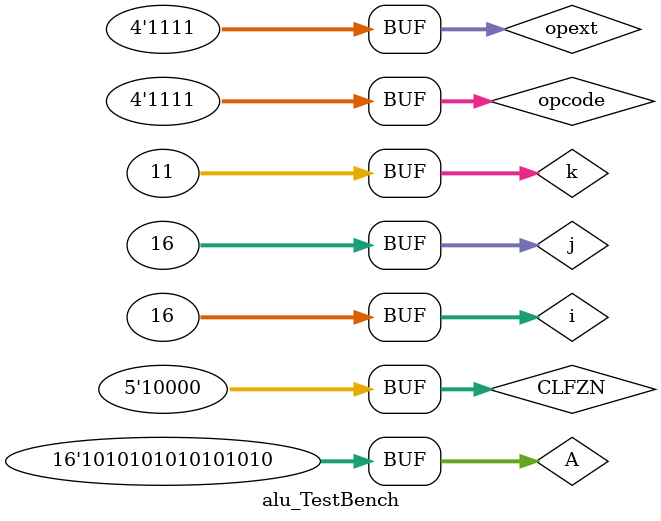
<source format=v>
`timescale 1ns / 1ps


module alu_TestBench;

	// Inputs
	reg [15:0] A;
	reg [15:0] B;
	reg [3:0] opcode;
	reg [3:0] opext;

	// Outputs
	wire [15:0] S;
	reg [4:0] CLFZN;

	// Instantiate the Unit Under Test (UUT)
	ALUmod uut (
		.A(A), 
		.B(B), 
		.opcode(opcode), 
		.S(S), 
		.opext(opext), 
		.CLFZN(CLFZN)
	);
	//Declare any integers and variables here
	integer i,j,k;
	initial 
	begin
		// Initialize Inputs and variables
		A = 0;
		B = 0;
		opcode = 0;
		opext = 0;
		i = 0;
		j = 0;
		k = 0;
		// Wait 100 ns for global reset to finish
		#100;
        
		// Add stimulus here
		
		/*	README PORTION
		*	This testbench will test every opcode, and only certain opcode extentions.
		*	This will be done using a for loop for the base opcode, and I will use a if statement for the extention
		* 	loop which will test all the ext for a particular opcode.
		*  we will test all the corner cases
		*	 A	 |	B
	*	   ____|____
	*		Max |	Max
	*		Max |	Min
	*		Min |	Max
	*		Min | Min
	*		A+B = Max
	*		... = max + 1
	*		A - B = Max -1
	*		min - 1
	*
		*	After we complete the corner case we will test the random values, we will probably complete 100 random for
		* each and it will only show errors
		*/
		//starting opcode for each corner case
		for(i = 0; i < 16; i = i+1)
		begin
			#100;
			//set the opcode for test each option.  
			//if alu doesn't support the opcode it needs to be ignored.
			opcode = i;
			//test max | Max
			if(i == 0)
				begin
					//test the different opcodes extentions for 0000 opext 0000-1111
						
						for(j = 0; j < 16; j = j +1)
						begin
						//testing opext
							opext = j;
							if(j == 0) //this is nop
							begin//*****************************************NOP********************************
								//test to see if all outputs are 0
								
								//A = 16'b1111111111111111;// max unsign
								//B = 16'b1111111111111111;// max unsign
								//only random is require if it doesn't return 0 for random
								//it won't return 0 for max min and all of them
								//loop through 10 different random numbers
								for(k = 0; k < 11; k = k +1)
								begin
									A = $random % (2^16);
									B = $random % (2^16);
									//may need delay **********************possible need to change the following line
									#50;
									if(S != 0)
									begin
										$monitor("ERROR0: A=%b,B=%B,CLFZN = %b,S = %b,Time",A,B,CLFZN,S,$time);
									
									end// end S != 0
								
								end// end 1st k loop
							end // end nop j == 0 
							//nop is tested
							
							if(j == 1)
							begin//***************************************AND************************************
								//This needs an extentive test
								//we first test max
								A = 16'b1111111111111111;// max unsign
								B = 16'b1111111111111111;// max unsign
							   
								//result should be max
							
								#50;
								//test Max&Max
								if(S != 16'b1111111111111111)
								begin
									$monitor("ERROR1: A=%b,B=%B,CLFZN = %b,S = %b,Time",A,B,CLFZN,S,$time);
									
								end//End test Max&Max
								//test Max& 0 expected result 0
								B = 0;
								#50;
								if(S != 0)
								begin
									$monitor("ERROR2: A=%b,B=%B,CLFZN = %b,S = %b,Time",A,B,CLFZN,S,$time);
								end//end test Max&0 
								//Test 3 swap order 0&max expect 0
								A = 0;
								B = 16'b1111111111111111;// max unsign
								#50;
								if(S != 0)
								begin
									$monitor("ERROR3: A=%b,B=%B,CLFZN = %b,S = %b,Time",A,B,CLFZN,S,$time);
								end//end test swap max and 0 0&max 
								// testing every other bit and expect 0
								A = 16'b1010101010101010;
								B = 16'b0101010101010101;
							
								#50
								if(S != 0)
								begin
									$monitor("ERROR4: A=%b,B=%B,CLFZN = %b,S = %b,Time",A,B,CLFZN,S,$time);
								end//end test every other
								//test 0&0 expect 0
								A = 0;
								B = 0;
							
								#50
								if(S != 0)
								begin
									$monitor("ERROR5: A=%b,B=%B,CLFZN = %b,S = %b,Time",A,B,CLFZN,S,$time);
								end//end test 0&0
								//This is the end of all the and tests
							end//end AND j == 1
							if(j == 2)
							begin//**************************************OR**************************************
								//Test max or max expect max
								A = 16'b1111111111111111;// max unsign
								B = 16'b1111111111111111;// max unsign
							   
								//result should be max
							
								#50;
								//test Max|Max
								if(S != 16'b1111111111111111)
								begin
									$monitor("ERROR6: A=%b,B=%B,CLFZN = %b,S = %b,Time",A,B,CLFZN,S,$time);
									
								end//End test Max|Max
								//test Max| 0 expected result MAX
								B = 0;
								#50;
								if(S != 16'b1111111111111111)
								begin
									$monitor("ERROR7: A=%b,B=%B,CLFZN = %b,S = %b,Time",A,B,CLFZN,S,$time);
								end//end test Max|0 
								//Test 3 swap order 0|max expect max
								A = 0;
								B = 16'b1111111111111111;// max unsign
								#50;
								if(S != 16'b1111111111111111)
								begin
									$monitor("ERROR8: A=%b,B=%B,CLFZN = %b,S = %b,Time",A,B,CLFZN,S,$time);
								end//end test swap max and 0 0|max 
								// testing every other bit and expect max
								A = 16'b1010101010101010;
								B = 16'b0101010101010101;
							
								#50
								if(S != 16'b1111111111111111)
								begin
									$monitor("ERROR9: A=%b,B=%B,CLFZN = %b,S = %b,Time",A,B,CLFZN,S,$time);
								end//end test every other
								//test 0|0 expect 0
								A = 0;
								B = 0;
							
								#50
								if(S != 0)
								begin
									$monitor("ERROR10: A=%b,B=%B,CLFZN = %b,S = %b,Time",A,B,CLFZN,S,$time);
								end//end test 0|0
							
							
							end//end OR j == 2
							if(j == 3)
							begin//*************************************XOR**************************************
								//testing xor
								//Test max xor max expect max
								A = 16'b1111111111111111;// max unsign
								B = 16'b1111111111111111;// max unsign
							   
								//result should be 0
							
								#50;
								//test Max^Max
								if(S != 0)
								begin
									$monitor("ERROR11: A=%b,B=%B,CLFZN = %b,S = %b,Time",A,B,CLFZN,S,$time);
									
								end//End test Max^Max
								//test Max^ 0 expected result MAX
								B = 0;
								#50;
								if(S != 16'b1111111111111111)
								begin
									$monitor("ERROR12: A=%b,B=%B,CLFZN = %b,S = %b,Time",A,B,CLFZN,S,$time);
								end//end test Max^0 
								//Test 3 swap order 0^max expect max
								A = 0;
								B = 16'b1111111111111111;// max unsign
								#50;
								if(S != 16'b1111111111111111)
								begin
									$monitor("ERROR13: A=%b,B=%B,CLFZN = %b,S = %b,Time",A,B,CLFZN,S,$time);
								end//end test swap max and 0 0^max 
								// testing every other bit and expect max
								A = 16'b1010101010101010;
								B = 16'b0101010101010101;
							
								#50
								if(S != 16'b1111111111111111)
								begin
									$monitor("ERROR14: A=%b,B=%B,CLFZN = %b,S = %b,Time",A,B,CLFZN,S,$time);
								end//end test every other
								//test 0^0 expect 0
								A = 0;
								B = 0;
							
								#50
								if(S != 0)
								begin
									$monitor("ERROR15: A=%b,B=%B,CLFZN = %b,S = %b,Time",A,B,CLFZN,S,$time);
								end//end test 0^0
							
							
							end// end XOR j == 3
							//can ignore 0100(j == 4)the imediate values are taken already
							if(j == 5)
							begin//************************************ADD***************************************
								//Testing add values
								A = 16'b1111111111111111;// -1
								B = 16'b1111111111111111;// -1
							   //result should be 1111111111111110 with CLFZN = 10100
								#50;
								//test Max+Max
								if(S != 16'b1111111111111110 || CLFZN != 5'b10100)
								begin
									$monitor("ERROR16: A=%b,B=%B,CLFZN = %b,S = %b,Time",A,B,CLFZN,S,$time);
								end//End test -1+-1
								//test Min+0 expected result -1 CLFZN = 0
								B = 0;
								#50;
								if(S != 16'b1111111111111111 || CLFZN != 0)
								begin
									$monitor("ERROR17: A=%b,B=%B,CLFZN = %b,S = %b,Time",A,B,CLFZN,S,$time);
								end//end test Max+0 
								//Test 3 swap order 0+-1 expect -1
								A = 0;
								B = 16'b1111111111111111;// -1
								#50;
								if(S != 16'b1111111111111111 || CLFZN != 0)
								begin
									$monitor("ERROR18: A=%b,B=%B,CLFZN = %b,S = %b,Time",A,B,CLFZN,S,$time);
								end//end test max+Min expect 0111111111111110 CLFZN= 10100
								A = 16'b1111111111111111;//-1
								B = 16'b0111111111111111;//MAX
							
								#50
								if(S != 16'b0111111111111110|| CLFZN != 5'b10100)
								begin
									$monitor("ERROR19: A=%b,B=%B,CLFZN = %b,S = %b,Time",A,B,CLFZN,S,$time);
								end//end test every other
								//test 0+0 expect 0
								A = 0;
								B = 0;
								#50
								if(S != 0|| CLFZN != 0)
								begin
									$monitor("ERROR20: A=%b,B=%B,CLFZN = %b,S = %b,Time",A,B,CLFZN,S,$time);
								end//end test 0+0
								//test Max + 1 expect Min and CLFZN = 00100
								A = 16'b0000000000000001;//1
								B = 16'b0111111111111111;//MAX
										  
								#50
								if(S != 16'b1000000000000000|| CLFZN != 5'b00100)
								begin
									$monitor("ERROR21: A=%b,B=%B,CLFZN = %b,S = %b,Time",A,B,CLFZN,S,$time);
								end//end test every other
								//test -1+1 expect 1 with carry flag
								A = 16'b0000000000000001;//1
								B = 16'b1111111111111111;//-1
										  
								#50
								if(S != 16'b0000000000000000|| CLFZN != 5'b10000)
								begin
									$monitor("ERROR22: A=%b,B=%B,CLFZN = %b,S = %b,Time",A,B,CLFZN,S,$time);
								end//end test every other
								//test A+B=Max expect 0 with carry flag
								A = 16'b0000000011111111;//random
								B = 16'b0111111100000000;//random
								#50
								if(S != 16'b0111111111111111|| CLFZN !=0)
								begin
									$monitor("ERROR23: A=%b,B=%B,CLFZN = %b,S = %b,Time",A,B,CLFZN,S,$time);
								end//end test every other
								
								//test random cases now
								for(k = 0; k < 11; k = k+1)
								begin
									A = $random % 2^14;
									B = $random % 2^14;
									#50;
									if(S != (A+B))
									begin
										$monitor("ERRORInLoop2: A=%b,B=%B,CLFZN = %b,S = %b,Time",A,B,CLFZN,S,$time);
									end//end test every other
								end//end k loop for random cases								
							
							end// end ADD j == 5
							if(j == 6)
							begin//************************************ADDU**************************************
								//Testing the unsigned add
								A = 16'b1111111111111111;// Max
								B = 16'b1111111111111111;// Max
							   //result should be 1111111111111110 with CLFZN = 10100
								#50;
								//test Max+Max
								if(S != 16'b1111111111111110 || CLFZN != 5'b10100)
								begin
									$monitor("ERROR24: A=%b,B=%B,CLFZN = %b,S = %b,Time",A,B,CLFZN,S,$time);
								end//End test max+max
								//test Min+0 expected result -1 CLFZN = 0
								B = 0;
								#50;
								if(S != 16'b1111111111111111 || CLFZN != 0)
								begin
									$monitor("ERROR25: A=%b,B=%B,CLFZN = %b,S = %b,Time",A,B,CLFZN,S,$time);
								end//end test Max+0 
								//Test 3 swap order 0+Max expect Max
								A = 0;
								B = 16'b1111111111111111;// MAX
								#50;
								if(S != 16'b1111111111111111 || CLFZN != 0)
								begin
									$monitor("ERROR26: A=%b,B=%B,CLFZN = %b,S = %b,Time",A,B,CLFZN,S,$time);
								end//end test max+Min expect 0111111111111110 CLFZN= 10100
								
								//test 0+0 expect 0
								A = 0;
								B = 0;
								#50
								if(S != 0|| CLFZN != 0)
								begin
									$monitor("ERROR27: A=%b,B=%B,CLFZN = %b,S = %b,Time",A,B,CLFZN,S,$time);
								end//end test 0+0
								//test 1 + big number and CLFZN = 00000 result = 1000000000000000
								A = 16'b0000000000000001;//1
								B = 16'b0111111111111111;//MAX
										  
								#50
								if(S != 16'b1000000000000000|| CLFZN != 5'b00000)
								begin
									$monitor("ERROR28: A=%b,B=%B,CLFZN = %b,S = %b,Time",A,B,CLFZN,S,$time);
								end//end sum to large number
								//test 1+max expect 0 with carry flag and overflow
								A = 16'b0000000000000001;//1
								B = 16'b1111111111111111;//-1
										  
								#50
								if(S != 16'b0000000000000000|| CLFZN != 5'b10100)
								begin
									$monitor("ERROR29: A=%b,B=%B,CLFZN = %b,S = %b,Time",A,B,CLFZN,S,$time);
								end//end test every other
								//test A+B=Max expect 0 with carry flag
								A = 16'b0000000011111111;//random
								B = 16'b1111111100000000;//random
								#50
								if(S != 16'b1111111111111111|| CLFZN !=0)
								begin
									$monitor("ERROR30: A=%b,B=%B,CLFZN = %b,S = %b,Time",A,B,CLFZN,S,$time);
								end//end test every other
								
								//test random cases now
								for(k = 0; k < 11; k = k+1)
								begin
									A = $random % 2^14;
									B = $random % 2^14;
									#50;
									if(S != (A+B))
									begin
										$monitor("ERRORInLoop3: A=%b,B=%B,CLFZN = %b,S = %b,Time",A,B,CLFZN,S,$time);
									end//end test every other
								end//end k loop for random cases								
							
							
							end// end ADDU j == 6
							if(j == 7)
							begin//************************************ADDC**************************************
							//now we can check everything that is the same with ADD only now we add 2 more cases for Carry input
							
								//Testing add values
								A = 16'b1111111111111111;// -1
								B = 16'b1111111111111111;// -1
							   //result should be 1111111111111110 with CLFZN = 10100
								#50;
								//test Max+Max
								if(S != 16'b1111111111111110 || CLFZN != 5'b10100)
								begin
									$monitor("ERROR31: A=%b,B=%B,CLFZN = %b,S = %b,Time",A,B,CLFZN,S,$time);
								end//End test -1+-1
								//test Min+0 expected result -1 CLFZN = 0
								B = 0;
								#50;
								if(S != 16'b1111111111111111 || CLFZN != 0)
								begin
									$monitor("ERROR32: A=%b,B=%B,CLFZN = %b,S = %b,Time",A,B,CLFZN,S,$time);
								end//end test Max+0 
								//Test 3 swap order 0+-1 expect -1
								A = 0;
								B = 16'b1111111111111111;// -1
								#50;
								if(S != 16'b1111111111111111 || CLFZN != 0)
								begin
									$monitor("ERROR33: A=%b,B=%B,CLFZN = %b,S = %b,Time",A,B,CLFZN,S,$time);
								end//end test max+Min expect 0111111111111110 CLFZN= 10100
								A = 16'b1111111111111111;//-1
								B = 16'b0111111111111111;//MAX
							
								#50
								if(S != 16'b0111111111111110|| CLFZN != 5'b10100)
								begin
									$monitor("ERROR34: A=%b,B=%B,CLFZN = %b,S = %b,Time",A,B,CLFZN,S,$time);
								end//end test every other
								//test 0+0 expect 0
								A = 0;
								B = 0;
								#50
								if(S != 0|| CLFZN != 0)
								begin
									$monitor("ERROR35: A=%b,B=%B,CLFZN = %b,S = %b,Time",A,B,CLFZN,S,$time);
								end//end test 0+0
								//test Max + 1 expect Min and CLFZN = 00100
								A = 16'b0000000000000001;//1
								B = 16'b0111111111111111;//MAX
										  
								#50
								if(S != 16'b1000000000000000|| CLFZN != 5'b00100)
								begin
									$monitor("ERROR36: A=%b,B=%B,CLFZN = %b,S = %b,Time",A,B,CLFZN,S,$time);
								end//end test every other
								//test -1+1 expect 1 with carry flag
								A = 16'b0000000000000001;//1
								B = 16'b1111111111111111;//-1
										  
								#50
								if(S != 16'b0000000000000000|| CLFZN != 5'b10000)
								begin
									$monitor("ERROR37: A=%b,B=%B,CLFZN = %b,S = %b,Time",A,B,CLFZN,S,$time);
								end//end test every other
								//test A+B=Max expect 0 with carry flag
								A = 16'b0000000011111111;//random
								B = 16'b0111111100000000;//random
								#50
								if(S != 16'b0111111111111111|| CLFZN !=0)
								begin
									$monitor("ERROR38: A=%b,B=%B,CLFZN = %b,S = %b,Time",A,B,CLFZN,S,$time);
								end//end test every other
								//test A+1+Cin=expect 0 with carry flag
								A = 16'b1111111111111111;//random
								B = 16'b0000000000000000;//random
								CLFZN = 5'b10000;//set the carry flag to 1 this should be used on this
								
								#50
								if(S != 0|| CLFZN !=5'b10000)
								begin
									$monitor("ERROR39: A=%b,B=%B,CLFZN = %b,S = %b,Time",A,B,CLFZN,S,$time);
								end//end test every other
								//Test if 0+0+cflag = 1 and cflag =0
								A = 16'b0000000000000000;//random
								B = 16'b0000000000000000;//random
								CLFZN = 5'b10000;//set the carry flag to 1 this should be used on this
								
								#50
								if(S != 16'b0000000000000001|| CLFZN !=0)
								begin                       //
									$monitor("ERROR40: A=%b,B=%B,CLFZN = %b,S = %b,Time",A,B,CLFZN,S,$time);
								end//end test every other
								
								
								//test random cases now
								for(k = 0; k < 11; k = k+1)
								begin
									A = $random % 2^14;
									B = $random % 2^14;
									#50;
									if(S != (A+B))
									begin
										$monitor("ERRORInLoop4: A=%b,B=%B,CLFZN = %b,S = %b,Time",A,B,CLFZN,S,$time);
									end//end test every other
								end//end k loop for random cases								
							
							end// end ADDC j == 7
							//can be ignored 1000(j == 8) the imediate values are taken later
							
							if(j == 9)//This is tested in the add function when you do an sub it changes it so you just add
							begin//*****************************sub************************************
							
							end// end SUB j == 9
							//can be ignored 1010(j == 10) the imediate values are taken later
							//can be ignored 1011(j == 11) the imediate values are taken later
							//can be ignored 1100(j == 12) This is an non-ALU instruction
							if(j == 13)//
							begin//**************************MOV***************************
							
							end// end MOV j == 13
							if(j == 14)
							begin//**************************RSH***********************************
								//shift right this isn't going to carry the first bit over
								//example a = 1111
								// a>>1
								// result = 0111
								A = 16'b1111111111111111;// -1
								
								#50;
								//test Max+Max
								if(S != 16'b0111111111111111)
								begin
									$monitor("ERROR31: A=%b,B=%B,CLFZN = %b,S = %b,Time",A,B,CLFZN,S,$time);
								end//End test -1+-1
								A = 16'b1010101010101010;
										
								#50;
								//test Max+Max
								if(S != 16'b1010101010101010)
								begin
									$monitor("ERROR31: A=%b,B=%B,CLFZN = %b,S = %b,Time",A,B,CLFZN,S,$time);
								end//End test -1+-1
								
							
							
							end// end RSH j == 14
							//may need to add another case if we add an instruction for 15(1111)
						end//end 1st j loop
				end // end if i == 0
				// WE can ignore 0001-0011
				// WE May also want to ignore 0100 and all of the sub opext with it 
					//This depends if any of the instructions deal with the ALU
				
				if(i == 5)
				begin//********************************ADDI*********************************************
						//Testing addi values
								A = 16'b1111111111111111;// -1
								B = 16'b1111111111111111;// -1
							   //result should be 1111111111111110 with CLFZN = 10100
								#50;
								//test Max+Max
								if(S != 16'b1111111111111110 || CLFZN != 5'b10100)
								begin
									$monitor("ERROR16: A=%b,B=%B,CLFZN = %b,S = %b,Time",A,B,CLFZN,S,$time);
								end//End test -1+-1
								//test Min+0 expected result -1 CLFZN = 0
								B = 0;
								#50;
								if(S != 16'b1111111111111111 || CLFZN != 0)
								begin
									$monitor("ERROR17: A=%b,B=%B,CLFZN = %b,S = %b,Time",A,B,CLFZN,S,$time);
								end//end test Max+0 
								//Test 3 swap order 0+-1 expect -1
								A = 0;
								B = 16'b1111111111111111;// -1
								#50;
								if(S != 16'b1111111111111111 || CLFZN != 0)
								begin
									$monitor("ERROR18: A=%b,B=%B,CLFZN = %b,S = %b,Time",A,B,CLFZN,S,$time);
								end//end test max+Min expect 0111111111111110 CLFZN= 10100
								A = 16'b1111111111111111;//-1
								B = 16'b0111111111111111;//MAX
							
								#50
								if(S != 16'b0111111111111110|| CLFZN != 5'b10100)
								begin
									$monitor("ERROR19: A=%b,B=%B,CLFZN = %b,S = %b,Time",A,B,CLFZN,S,$time);
								end//end test every other
								//test 0+0 expect 0
								A = 0;
								B = 0;
								#50
								if(S != 0|| CLFZN != 0)
								begin
									$monitor("ERROR20: A=%b,B=%B,CLFZN = %b,S = %b,Time",A,B,CLFZN,S,$time);
								end//end test 0+0
								//test Max + 1 expect Min and CLFZN = 00100
								A = 16'b0000000000000001;//1
								B = 16'b0111111111111111;//MAX
										  
								#50
								if(S != 16'b1000000000000000|| CLFZN != 5'b00100)
								begin
									$monitor("ERROR21: A=%b,B=%B,CLFZN = %b,S = %b,Time",A,B,CLFZN,S,$time);
								end//end test every other
								//test -1+1 expect 1 with carry flag
								A = 16'b0000000000000001;//1
								B = 16'b1111111111111111;//-1
										  
								#50
								if(S != 16'b0000000000000000|| CLFZN != 5'b10000)
								begin
									$monitor("ERROR22: A=%b,B=%B,CLFZN = %b,S = %b,Time",A,B,CLFZN,S,$time);
								end//end test every other
								//test A+B=Max expect 0 with carry flag
								A = 16'b0000000011111111;//random
								B = 16'b0111111100000000;//random
								#50
								if(S != 16'b0111111111111111|| CLFZN !=0)
								begin
									$monitor("ERROR23: A=%b,B=%B,CLFZN = %b,S = %b,Time",A,B,CLFZN,S,$time);
								end//end test every other
								
								//test random cases now
								for(k = 0; k < 11; k = k+1)
								begin
									A = $random % 2^14;
									B = $random % 2^14;
									#50;
									if(S != (A+B))
									begin
										$monitor("ERRORInLoop2: A=%b,B=%B,CLFZN = %b,S = %b,Time",A,B,CLFZN,S,$time);
									end//end test every other
								end//end k loop for random cases								
							
				end//end ADDI i == 5
				if(i == 6)
				begin//************************************ADDUI*********************************************
						//Testing the unsigned add
								A = 16'b1111111111111111;// Max
								B = 16'b1111111111111111;// Max
							   //result should be 1111111111111110 with CLFZN = 10100
								#50;
								//test Max+Max
								if(S != 16'b1111111111111110 || CLFZN != 5'b10100)
								begin
									$monitor("ERROR24: A=%b,B=%B,CLFZN = %b,S = %b,Time",A,B,CLFZN,S,$time);
								end//End test max+max
								//test Min+0 expected result -1 CLFZN = 0
								B = 0;
								#50;
								if(S != 16'b1111111111111111 || CLFZN != 0)
								begin
									$monitor("ERROR25: A=%b,B=%B,CLFZN = %b,S = %b,Time",A,B,CLFZN,S,$time);
								end//end test Max+0 
								//Test 3 swap order 0+Max expect Max
								A = 0;
								B = 16'b1111111111111111;// MAX
								#50;
								if(S != 16'b1111111111111111 || CLFZN != 0)
								begin
									$monitor("ERROR26: A=%b,B=%B,CLFZN = %b,S = %b,Time",A,B,CLFZN,S,$time);
								end//end test max+Min expect 0111111111111110 CLFZN= 10100
								
								//test 0+0 expect 0
								A = 0;
								B = 0;
								#50
								if(S != 0|| CLFZN != 0)
								begin
									$monitor("ERROR27: A=%b,B=%B,CLFZN = %b,S = %b,Time",A,B,CLFZN,S,$time);
								end//end test 0+0
								//test 1 + big number and CLFZN = 00000 result = 1000000000000000
								A = 16'b0000000000000001;//1
								B = 16'b01111111111111111;//MAX
										  
								#50
								if(S != 16'b1000_0000_0000_0000|| CLFZN != 5'b00000)
								begin
									$monitor("ERROR28: A=%b,B=%B,CLFZN = %b,S = %b,Time",A,B,CLFZN,S,$time);
								end//end sum to large number
								//test 1+max expect 0 with carry flag and overflow
								A = 16'b0000000000000001;//1
								B = 16'b1111111111111111;//-1
										  
								#50
								if(S != 16'b0000000000000000|| CLFZN != 5'b10100)
								begin
									$monitor("ERROR29: A=%b,B=%B,CLFZN = %b,S = %b,Time",A,B,CLFZN,S,$time);
								end//end test every other
								//test A+B=Max expect 0 with carry flag
								A = 16'b0000000011111111;//random
								B = 16'b1111111100000000;//random
								#50
								if(S != 16'b1111111111111111|| CLFZN !=0)
								begin
									$monitor("ERROR30: A=%b,B=%B,CLFZN = %b,S = %b,Time",A,B,CLFZN,S,$time);
								end//end test every other
								
								//test random cases now
								for(k = 0; k < 11; k = k+1)
								begin
									A = $random % 2^14;
									B = $random % 2^14;
									#50;
									if(S != (A+B))
									begin
										$monitor("ERRORInLoop3: A=%b,B=%B,CLFZN = %b,S = %b,Time",A,B,CLFZN,S,$time);
									end//end test every other
								end//end k loop for random cases								
							
							
				end//end ADDUI i == 6
				if(i == 7)
				begin//************************************ADDCI*******************************************
					//Testing add values
								A = 16'b1111111111111111;// -1
								B = 16'b1111111111111111;// -1
							   //result should be 1111111111111110 with CLFZN = 10100
								#50;
								//test Max+Max
								if(S != 16'b1111111111111110 || CLFZN != 5'b10100)
								begin
									$monitor("ERROR31: A=%b,B=%B,CLFZN = %b,S = %b,Time",A,B,CLFZN,S,$time);
								end//End test -1+-1
								//test Min+0 expected result -1 CLFZN = 0
								B = 0;
								#50;
								if(S != 16'b1111111111111111 || CLFZN != 0)
								begin
									$monitor("ERROR32: A=%b,B=%B,CLFZN = %b,S = %b,Time",A,B,CLFZN,S,$time);
								end//end test Max+0 
								//Test 3 swap order 0+-1 expect -1
								A = 0;
								B = 16'b1111111111111111;// -1
								#50;
								if(S != 16'b1111111111111111 || CLFZN != 0)
								begin
									$monitor("ERROR33: A=%b,B=%B,CLFZN = %b,S = %b,Time",A,B,CLFZN,S,$time);
								end//end test max+Min expect 0111111111111110 CLFZN= 10100
								A = 16'b1111111111111111;//-1
								B = 16'b01111111111111111;//MAX
							
								#50
								if(S != 16'b0111111111111110|| CLFZN != 5'b10100)
								begin
									$monitor("ERROR34: A=%b,B=%B,CLFZN = %b,S = %b,Time",A,B,CLFZN,S,$time);
								end//end test every other
								//test 0+0 expect 0
								A = 0;
								B = 0;
								#50
								if(S != 0|| CLFZN != 0)
								begin
									$monitor("ERROR35: A=%b,B=%B,CLFZN = %b,S = %b,Time",A,B,CLFZN,S,$time);
								end//end test 0+0
								//test Max + 1 expect Min and CLFZN = 00100
								A = 16'b0000000000000001;//1
								B = 16'b01111111111111111;//MAX
										  
								#50
								if(S != 16'b1000_0000_0000_0000|| CLFZN != 5'b00100)
								begin
									$monitor("ERROR36: A=%b,B=%B,CLFZN = %b,S = %b,Time",A,B,CLFZN,S,$time);
								end//end test every other
								//test -1+1 expect 1 with carry flag
								A = 16'b0000000000000001;//1
								B = 16'b1111111111111111;//-1
										  
								#50
								if(S != 16'b0000000000000000|| CLFZN != 5'b10000)
								begin
									$monitor("ERROR37: A=%b,B=%B,CLFZN = %b,S = %b,Time",A,B,CLFZN,S,$time);
								end//end test every other
								//test A+B=Max expect 0 with carry flag
								A = 16'b0000000011111111;//random
								B = 16'b01111111000000000;//random
								#50
								if(S != 16'b01111111111111111|| CLFZN !=0)
								begin
									$monitor("ERROR38: A=%b,B=%B,CLFZN = %b,S = %b,Time",A,B,CLFZN,S,$time);
								end//end test every other
								//test A+1+Cin=expect 0 with carry flag
								A = 16'b1111111111111111;//random
								B = 16'b0000000000000000;//random
								CLFZN = 5'b10000;//set the carry flag to 1 this should be used on this
								
								#50
								if(S != 0|| CLFZN !=5'b10000)
								begin
									$monitor("ERROR39: A=%b,B=%B,CLFZN = %b,S = %b,Time",A,B,CLFZN,S,$time);
								end//end test every other
								//Test if 0+0+cflag = 1 and cflag =0
								A = 16'b0000000000000000;//random
								B = 16'b0000000000000000;//random
								CLFZN = 5'b10000;//set the carry flag to 1 this should be used on this
								
								#50
								if(S != 16'b0000000000000001|| CLFZN !=0)
								begin                       //
									$monitor("ERROR40: A=%b,B=%B,CLFZN = %b,S = %b,Time",A,B,CLFZN,S,$time);
								end//end test every other
								
								
								//test random cases now
								for(k = 0; k < 11; k = k+1)
								begin
									A = $random % 2^14;
									B = $random % 2^14;
									#50;
									if(S != (A+B))
									begin
										$monitor("ERRORInLoop4: A=%b,B=%B,CLFZN = %b,S = %b,Time",A,B,CLFZN,S,$time);
									end//end test every other
								end//end k loop for random cases								
							
				end//end ADDCI i == 7
				if(i == 8)
				begin//****************************************LSHI***********************************************
					A = 16'b1111111111111111;// -1
						
					#50;
					//test Max+Max
					if(S != 16'b1111111111111110)
					begin
						$monitor("ERROR31: A=%b,B=%B,CLFZN = %b,S = %b,Time",A,B,CLFZN,S,$time);
					end//End test -1+-1
					A = 16'b1010101010101010;
							
					#50;
					//test Max+Max
					if(S != 16'b0101010101010100)
					begin
						$monitor("ERROR31: A=%b,B=%B,CLFZN = %b,S = %b,Time",A,B,CLFZN,S,$time);
					end//End test -1+-1
					A = 1;								
					#50;
					//test Max+Max
					if(S != 16'b0000000000000010)
					begin
						$monitor("ERROR31: A=%b,B=%B,CLFZN = %b,S = %b,Time",A,B,CLFZN,S,$time);
					end//End test -1+-1
						
				end// end LSHI i == 8
				if(i == 9)
				begin//****************************************SUBI***********************************************
				
				end// end SUBI i == 9
				if(i == 10)
				begin
					//test 1010 opext codes
					for(j = 0; j < 16; j = j+1)
					begin
						opext = j;
						//skipp j == 0 the instruction is still open
						if(j == 1)
						begin//********************************ALSH********************************************
							A = 16'b1111111111111111;// -1
							
							#50;
							//test Max+Max
							if(S != 16'b1111111111111110)
							begin
								$monitor("ERROR31: A=%b,B=%B,CLFZN = %b,S = %b,Time",A,B,CLFZN,S,$time);
							end//End test -1+-1
							A = 16'b1010101010101010;
									
							#50;
							//test Max+Max
							if(S != 16'b0101010101010100)
							begin
								$monitor("ERROR31: A=%b,B=%B,CLFZN = %b,S = %b,Time",A,B,CLFZN,S,$time);
							end//End test -1+-1
							A = 1;								
							#50;
							//test Max+Max
							if(S != 16'b0000000000000010)
							begin
								$monitor("ERROR31: A=%b,B=%B,CLFZN = %b,S = %b,Time",A,B,CLFZN,S,$time);
							end//End test -1+-1
						
						end//end ALSH j == 1
						if(j == 2)
						begin//********************************CMPU/I*******************************************
						
						end//end CMPU/I j == 2
						if(j == 3)
						begin//**********************************NOT**********************************************
						
						end//end NOT j == 3
						if(j == 4)
						begin//***********************************ARSH*********************************************
							A = 16'b1111111111111111;// -1
								
								#50;
								//test Max+Max
								if(S != 16'b1111111111111111)
								begin
									$monitor("ERROR31: A=%b,B=%B,CLFZN = %b,S = %b,Time",A,B,CLFZN,S,$time);
								end//End test -1+-1
								A = 16'b1010101010101010;
										
								#50;
								//test Max+Max
								if(S != 16'b1101010101010101)
								begin
									$monitor("ERROR31: A=%b,B=%B,CLFZN = %b,S = %b,Time",A,B,CLFZN,S,$time);
								end//End test -1+-1
								A = 1;								
								#50;
								//test Max+Max
								if(S != 0)
								begin
									$monitor("ERROR31: A=%b,B=%B,CLFZN = %b,S = %b,Time",A,B,CLFZN,S,$time);
								end//End test -1+-1
								
							
						end// end ARSH j == 4
						if(j == 5)
						begin//***********************************ADDCU****************************************
						
						end// end ADDCU j == 5
						if(j == 5)
						begin//************************************ADDCUI****************************************
						
						end// end ADDCUI j == 6
						//The rest are unused so we don't need to test them as well.
						
						
					end//end 2nd j loop that is testing 1010
				end// end 1010 i == 10
				if(i == 11)
				begin//********************************************CMPI*********************************************
				
				end// end CMPI 1011 i == 11
				//ignore 12 it is open and unused 1100
				if(i == 13)
				begin//**********************************************MOVI*******************************************
				
				end// end MOVI 1101
				if(i == 14)
				begin//**********************************************RSHI********************************************
					A = 16'b1111111111111111;// -1
					
					#50;
					//test Max+Max
					if(S != 16'b0111111111111111)
					begin
						$monitor("ERROR31: A=%b,B=%B,CLFZN = %b,S = %b,Time",A,B,CLFZN,S,$time);
					end//End test -1+-1
					A = 16'b1010101010101010;
					
					#50;
					//test Max+Max
					if(S != 16'b0101010101010101)
					begin
						$monitor("ERROR31: A=%b,B=%B,CLFZN = %b,S = %b,Time",A,B,CLFZN,S,$time);
					end//End test -1+-1
					
					
				end// end RSHI 1110
				//skip 15 it is empty
		
		end // end i loop




	end // end initial 
      
endmodule


</source>
